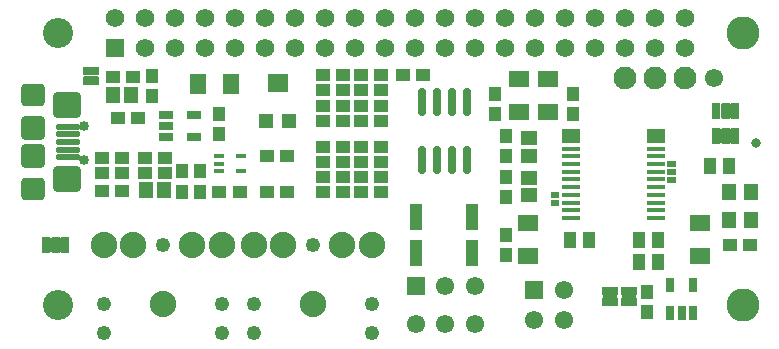
<source format=gts>
G04 Layer_Color=8388736*
%FSAX24Y24*%
%MOIN*%
G70*
G01*
G75*
%ADD13R,0.0591X0.0472*%
%ADD77R,0.0089X0.0197*%
%ADD78R,0.0118X0.0187*%
%ADD79R,0.0118X0.0217*%
%ADD80R,0.0118X0.0217*%
%ADD81R,0.0502X0.0108*%
%ADD82R,0.0443X0.0512*%
%ADD83R,0.0453X0.0512*%
%ADD84R,0.0541X0.0512*%
%ADD85R,0.0512X0.0167*%
%ADD86R,0.0512X0.0148*%
%ADD87R,0.0414X0.0886*%
%ADD88R,0.0270X0.0520*%
%ADD89R,0.0520X0.0270*%
%ADD90R,0.0492X0.0571*%
G04:AMPARAMS|DCode=91|XSize=52mil|YSize=52mil|CornerRadius=26mil|HoleSize=0mil|Usage=FLASHONLY|Rotation=90.000|XOffset=0mil|YOffset=0mil|HoleType=Round|Shape=RoundedRectangle|*
%AMROUNDEDRECTD91*
21,1,0.0520,0.0000,0,0,90.0*
21,1,0.0000,0.0520,0,0,90.0*
1,1,0.0520,0.0000,0.0000*
1,1,0.0520,0.0000,0.0000*
1,1,0.0520,0.0000,0.0000*
1,1,0.0520,0.0000,0.0000*
%
%ADD91ROUNDEDRECTD91*%
G04:AMPARAMS|DCode=92|XSize=32mil|YSize=32mil|CornerRadius=16mil|HoleSize=0mil|Usage=FLASHONLY|Rotation=180.000|XOffset=0mil|YOffset=0mil|HoleType=Round|Shape=RoundedRectangle|*
%AMROUNDEDRECTD92*
21,1,0.0320,0.0000,0,0,180.0*
21,1,0.0000,0.0320,0,0,180.0*
1,1,0.0320,0.0000,0.0000*
1,1,0.0320,0.0000,0.0000*
1,1,0.0320,0.0000,0.0000*
1,1,0.0320,0.0000,0.0000*
%
%ADD92ROUNDEDRECTD92*%
G04:AMPARAMS|DCode=93|XSize=32mil|YSize=32mil|CornerRadius=16mil|HoleSize=0mil|Usage=FLASHONLY|Rotation=90.000|XOffset=0mil|YOffset=0mil|HoleType=Round|Shape=RoundedRectangle|*
%AMROUNDEDRECTD93*
21,1,0.0320,0.0000,0,0,90.0*
21,1,0.0000,0.0320,0,0,90.0*
1,1,0.0320,0.0000,0.0000*
1,1,0.0320,0.0000,0.0000*
1,1,0.0320,0.0000,0.0000*
1,1,0.0320,0.0000,0.0000*
%
%ADD93ROUNDEDRECTD93*%
%ADD94R,0.0220X0.0220*%
%ADD95R,0.0650X0.0611*%
%ADD96R,0.0492X0.0492*%
%ADD97R,0.0453X0.0571*%
%ADD98R,0.0571X0.0453*%
%ADD99R,0.0453X0.0414*%
%ADD100R,0.0414X0.0532*%
%ADD101R,0.0355X0.0177*%
G04:AMPARAMS|DCode=102|XSize=76.8mil|YSize=76.8mil|CornerRadius=10.4mil|HoleSize=0mil|Usage=FLASHONLY|Rotation=270.000|XOffset=0mil|YOffset=0mil|HoleType=Round|Shape=RoundedRectangle|*
%AMROUNDEDRECTD102*
21,1,0.0768,0.0561,0,0,270.0*
21,1,0.0561,0.0768,0,0,270.0*
1,1,0.0207,-0.0281,-0.0281*
1,1,0.0207,-0.0281,0.0281*
1,1,0.0207,0.0281,0.0281*
1,1,0.0207,0.0281,-0.0281*
%
%ADD102ROUNDEDRECTD102*%
G04:AMPARAMS|DCode=103|XSize=72.9mil|YSize=76.8mil|CornerRadius=9.9mil|HoleSize=0mil|Usage=FLASHONLY|Rotation=270.000|XOffset=0mil|YOffset=0mil|HoleType=Round|Shape=RoundedRectangle|*
%AMROUNDEDRECTD103*
21,1,0.0729,0.0571,0,0,270.0*
21,1,0.0532,0.0768,0,0,270.0*
1,1,0.0197,-0.0285,-0.0266*
1,1,0.0197,-0.0285,0.0266*
1,1,0.0197,0.0285,0.0266*
1,1,0.0197,0.0285,-0.0266*
%
%ADD103ROUNDEDRECTD103*%
G04:AMPARAMS|DCode=104|XSize=84.7mil|YSize=90.6mil|CornerRadius=11.3mil|HoleSize=0mil|Usage=FLASHONLY|Rotation=270.000|XOffset=0mil|YOffset=0mil|HoleType=Round|Shape=RoundedRectangle|*
%AMROUNDEDRECTD104*
21,1,0.0847,0.0679,0,0,270.0*
21,1,0.0620,0.0906,0,0,270.0*
1,1,0.0227,-0.0340,-0.0310*
1,1,0.0227,-0.0340,0.0310*
1,1,0.0227,0.0340,0.0310*
1,1,0.0227,0.0340,-0.0310*
%
%ADD104ROUNDEDRECTD104*%
G04:AMPARAMS|DCode=105|XSize=17.7mil|YSize=80.7mil|CornerRadius=3mil|HoleSize=0mil|Usage=FLASHONLY|Rotation=270.000|XOffset=0mil|YOffset=0mil|HoleType=Round|Shape=RoundedRectangle|*
%AMROUNDEDRECTD105*
21,1,0.0177,0.0748,0,0,270.0*
21,1,0.0118,0.0807,0,0,270.0*
1,1,0.0059,-0.0374,-0.0059*
1,1,0.0059,-0.0374,0.0059*
1,1,0.0059,0.0374,0.0059*
1,1,0.0059,0.0374,-0.0059*
%
%ADD105ROUNDEDRECTD105*%
%ADD106R,0.0414X0.0453*%
%ADD107R,0.0650X0.0571*%
%ADD108R,0.0453X0.0256*%
%ADD109R,0.0571X0.0650*%
%ADD110R,0.0256X0.0453*%
%ADD111R,0.0611X0.0178*%
%ADD112O,0.0296X0.0945*%
%ADD113C,0.0611*%
%ADD114R,0.0611X0.0611*%
%ADD115R,0.0611X0.0611*%
%ADD116R,0.0620X0.0620*%
%ADD117C,0.0620*%
%ADD118C,0.1004*%
%ADD119C,0.1103*%
%ADD120C,0.0760*%
%ADD121C,0.0492*%
%ADD122C,0.0880*%
%ADD123C,0.0335*%
D13*
X021329Y006998D02*
D03*
X018474D02*
D03*
D77*
X017849Y004774D02*
D03*
D78*
X017864Y005054D02*
D03*
D79*
X021909Y005541D02*
D03*
Y006093D02*
D03*
D80*
Y005817D02*
D03*
D81*
X002475Y008991D02*
D03*
D82*
X023676Y007836D02*
D03*
D83*
X023671Y007000D02*
D03*
D84*
X001304Y003376D02*
D03*
D85*
X019793Y001639D02*
D03*
D86*
X020413Y001658D02*
D03*
D87*
X015167Y003101D02*
D03*
Y004301D02*
D03*
X013297D02*
D03*
Y003101D02*
D03*
D88*
X001629Y003376D02*
D03*
X001309D02*
D03*
X000989D02*
D03*
X023962Y007000D02*
D03*
X023642D02*
D03*
X023322D02*
D03*
Y007838D02*
D03*
X023642D02*
D03*
X023962D02*
D03*
D89*
X002470Y008854D02*
D03*
Y009178D02*
D03*
X019793Y001486D02*
D03*
Y001841D02*
D03*
X020413Y001486D02*
D03*
Y001841D02*
D03*
D90*
X023740Y004203D02*
D03*
X024488D02*
D03*
X023740Y005148D02*
D03*
X024488D02*
D03*
D91*
X023258Y008947D02*
D03*
D92*
X024656Y006791D02*
D03*
X002260Y007330D02*
D03*
D93*
Y006220D02*
D03*
D94*
X017992Y005059D02*
D03*
X021791Y005817D02*
D03*
Y006093D02*
D03*
X017992Y004774D02*
D03*
X021791Y005541D02*
D03*
D95*
X008703Y008783D02*
D03*
D96*
X009096Y007504D02*
D03*
X008309D02*
D03*
D97*
X003809Y008385D02*
D03*
X003218D02*
D03*
X004905Y005210D02*
D03*
X004315D02*
D03*
D98*
X017077Y005030D02*
D03*
Y005621D02*
D03*
X017087Y006929D02*
D03*
Y006339D02*
D03*
D99*
X003523Y005187D02*
D03*
X002854D02*
D03*
X002854Y006289D02*
D03*
X003524D02*
D03*
X009023Y005151D02*
D03*
X008354D02*
D03*
X023770Y003386D02*
D03*
X024439D02*
D03*
X010866Y007510D02*
D03*
X010197D02*
D03*
Y008533D02*
D03*
X010866D02*
D03*
X010197Y009045D02*
D03*
X010866D02*
D03*
X010866Y005148D02*
D03*
X010197D02*
D03*
Y006132D02*
D03*
X010866D02*
D03*
X010197Y006644D02*
D03*
X010866D02*
D03*
X012155Y008022D02*
D03*
X011486D02*
D03*
X012155Y005640D02*
D03*
X011486D02*
D03*
X003219Y008982D02*
D03*
X003888D02*
D03*
X004281Y005788D02*
D03*
X004951D02*
D03*
X004951Y006289D02*
D03*
X004282D02*
D03*
X006762Y005157D02*
D03*
X007431D02*
D03*
X008354Y006358D02*
D03*
X009024D02*
D03*
X002854Y005768D02*
D03*
X003524D02*
D03*
X012864Y009045D02*
D03*
X013533D02*
D03*
X011486Y005148D02*
D03*
X012155D02*
D03*
X012155Y006644D02*
D03*
X011486D02*
D03*
X012155Y006132D02*
D03*
X011486D02*
D03*
X010197Y005640D02*
D03*
X010866D02*
D03*
X011486Y007510D02*
D03*
X012155D02*
D03*
Y009045D02*
D03*
X011486D02*
D03*
X012155Y008533D02*
D03*
X011486D02*
D03*
X010197Y008022D02*
D03*
X010866D02*
D03*
X003386Y007618D02*
D03*
X004055D02*
D03*
D100*
X023740Y005994D02*
D03*
X023110D02*
D03*
X019065Y003543D02*
D03*
X018435D02*
D03*
X020748Y003543D02*
D03*
X021378D02*
D03*
X020748Y002815D02*
D03*
X021378D02*
D03*
D101*
X007480Y006339D02*
D03*
Y005827D02*
D03*
X006732D02*
D03*
Y006083D02*
D03*
Y006339D02*
D03*
D102*
X000541Y006339D02*
D03*
Y007283D02*
D03*
D103*
Y005236D02*
D03*
Y008386D02*
D03*
D104*
X001673Y008031D02*
D03*
Y005591D02*
D03*
D105*
X001722Y007067D02*
D03*
Y007323D02*
D03*
Y006299D02*
D03*
Y006555D02*
D03*
Y006811D02*
D03*
D106*
X016309Y004981D02*
D03*
Y005650D02*
D03*
X016319Y006998D02*
D03*
Y006329D02*
D03*
X021014Y001801D02*
D03*
Y001132D02*
D03*
X006732Y007067D02*
D03*
Y007736D02*
D03*
X004528Y008346D02*
D03*
Y009016D02*
D03*
X006112Y005827D02*
D03*
Y005158D02*
D03*
X018533Y007756D02*
D03*
Y008425D02*
D03*
X015955Y007756D02*
D03*
Y008425D02*
D03*
X005512Y005158D02*
D03*
Y005827D02*
D03*
X016299Y003041D02*
D03*
Y003711D02*
D03*
D107*
X022766Y004104D02*
D03*
Y003002D02*
D03*
X017726Y008898D02*
D03*
Y007795D02*
D03*
X016762Y008898D02*
D03*
Y007795D02*
D03*
X017057Y004104D02*
D03*
Y003002D02*
D03*
D108*
X005925Y007726D02*
D03*
Y006978D02*
D03*
X004980D02*
D03*
Y007352D02*
D03*
Y007726D02*
D03*
D109*
X007146Y008730D02*
D03*
X006043D02*
D03*
D110*
X021791Y002057D02*
D03*
X022539D02*
D03*
Y001112D02*
D03*
X022165D02*
D03*
X021791D02*
D03*
D111*
X018474Y006585D02*
D03*
Y006329D02*
D03*
Y006073D02*
D03*
Y005817D02*
D03*
Y005561D02*
D03*
Y005305D02*
D03*
Y005049D02*
D03*
Y004793D02*
D03*
Y004537D02*
D03*
Y004281D02*
D03*
X021329D02*
D03*
Y004537D02*
D03*
Y004793D02*
D03*
Y005049D02*
D03*
Y005305D02*
D03*
Y005561D02*
D03*
Y005817D02*
D03*
Y006073D02*
D03*
Y006329D02*
D03*
Y006585D02*
D03*
D112*
X013512Y006201D02*
D03*
X014012D02*
D03*
X014512D02*
D03*
X015012D02*
D03*
X013512Y008150D02*
D03*
X014012D02*
D03*
X014512D02*
D03*
X015012D02*
D03*
D113*
X018234Y000860D02*
D03*
Y001860D02*
D03*
X017234Y000860D02*
D03*
X015266Y000758D02*
D03*
X014282D02*
D03*
X013297D02*
D03*
X015266Y002018D02*
D03*
X014282D02*
D03*
X023258Y008947D02*
D03*
D114*
X017234Y001860D02*
D03*
D115*
X013297Y002018D02*
D03*
D116*
X003264Y009951D02*
D03*
D117*
Y010951D02*
D03*
X004264Y009951D02*
D03*
Y010951D02*
D03*
X005264Y009951D02*
D03*
Y010951D02*
D03*
X006264Y009951D02*
D03*
Y010951D02*
D03*
X007264Y009951D02*
D03*
Y010951D02*
D03*
X008264Y009951D02*
D03*
Y010951D02*
D03*
X009264Y009951D02*
D03*
Y010951D02*
D03*
X010264Y009951D02*
D03*
Y010951D02*
D03*
X011264Y009951D02*
D03*
Y010951D02*
D03*
X012264Y009951D02*
D03*
Y010951D02*
D03*
X013264Y009951D02*
D03*
Y010951D02*
D03*
X014264Y009951D02*
D03*
Y010951D02*
D03*
X015264Y009951D02*
D03*
Y010951D02*
D03*
X016264Y009951D02*
D03*
Y010951D02*
D03*
X017264Y009951D02*
D03*
Y010951D02*
D03*
X018264Y009951D02*
D03*
Y010951D02*
D03*
X019264Y009951D02*
D03*
Y010951D02*
D03*
X020264Y009951D02*
D03*
Y010951D02*
D03*
X021264Y009951D02*
D03*
Y010951D02*
D03*
X022264Y009951D02*
D03*
Y010951D02*
D03*
D118*
X001378Y001378D02*
D03*
Y010433D02*
D03*
D119*
X024213D02*
D03*
Y001378D02*
D03*
D120*
X020266Y008947D02*
D03*
X021266D02*
D03*
X022266D02*
D03*
D121*
X009872Y003386D02*
D03*
X011841Y001417D02*
D03*
Y000433D02*
D03*
X007904D02*
D03*
Y001417D02*
D03*
X004872Y003386D02*
D03*
X006841Y001417D02*
D03*
Y000433D02*
D03*
X002904D02*
D03*
Y001417D02*
D03*
D122*
X011841Y003386D02*
D03*
X010856D02*
D03*
X007904D02*
D03*
X008888D02*
D03*
X009872Y001417D02*
D03*
X006841Y003386D02*
D03*
X005856D02*
D03*
X002904D02*
D03*
X003888D02*
D03*
X004872Y001417D02*
D03*
D123*
X002260Y006220D02*
D03*
Y007330D02*
D03*
M02*

</source>
